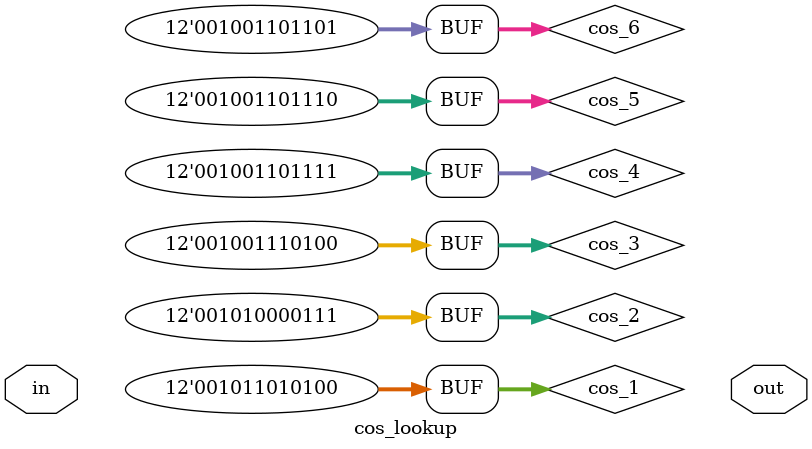
<source format=v>
module cos_lookup (
    in,out
);
    input in;
    output reg [11:0] out ;
    reg [11:0] cos_1=12'b00_1011010100 ;
    reg [11:0] cos_2=12'b00_1010000111 ;
    reg [11:0] cos_3=12'b00_1001110100 ;
    reg [11:0] cos_4=12'b00_1001101111 ;
    reg [11:0] cos_5=12'b00_1001101110 ;
    reg [11:0] cos_6=12'b00_1001101101 ;

endmodule
</source>
